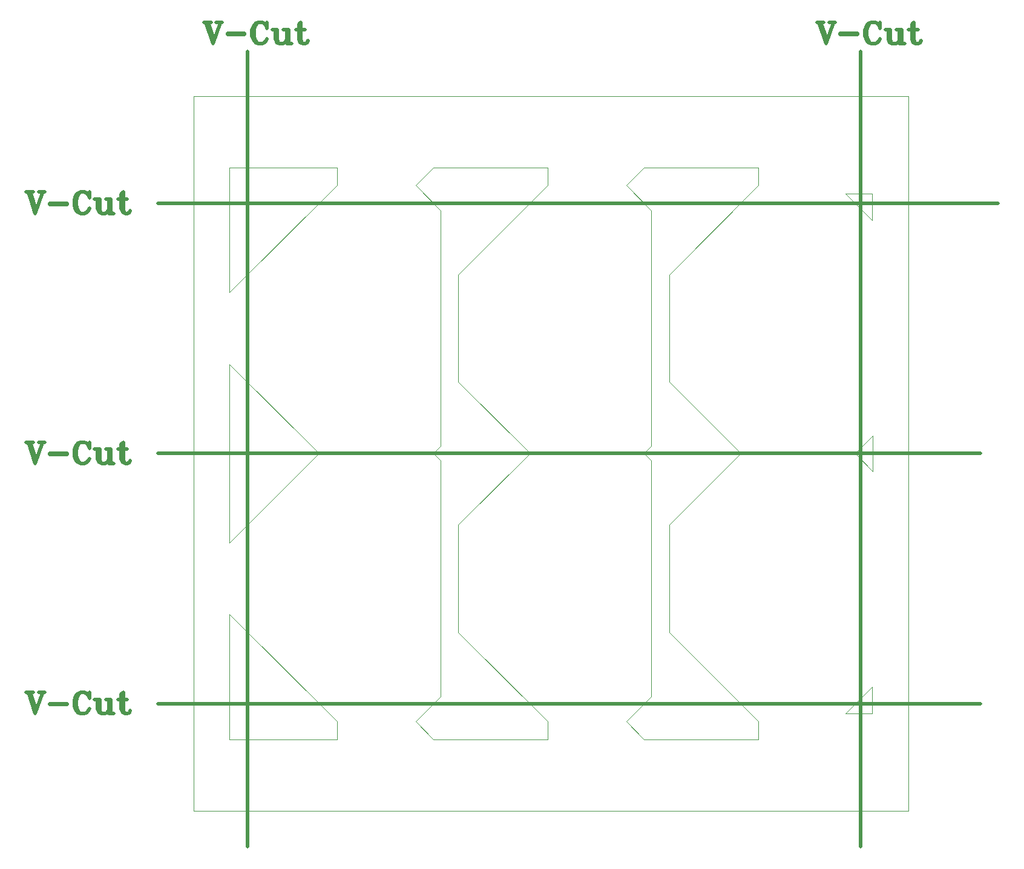
<source format=gko>
%FSLAX46Y46*%
%MOMM*%
%ADD10C,0.010000*%
%ADD11C,0.500000*%
G01*
G01*
%LPD*%
D10*
X91125000Y13625000D02*
X94875000Y17375000D01*
D10*
X94875000Y17375000D02*
X94875000Y13625000D01*
D10*
X94875000Y13625000D02*
X91125000Y13625000D01*
D10*
X60500000Y12500000D02*
X64000000Y16000000D01*
D10*
X64000000Y16000000D02*
X64000000Y49000000D01*
D10*
X64000000Y49000000D02*
X63000000Y50000000D01*
D10*
X63000000Y50000000D02*
X64000000Y51000000D01*
D10*
X64000000Y51000000D02*
X64000000Y84000000D01*
D10*
X64000000Y84000000D02*
X60500000Y87500000D01*
D10*
X60500000Y87500000D02*
X63000000Y90000000D01*
D10*
X63000000Y90000000D02*
X79000000Y90000000D01*
D10*
X79000000Y90000000D02*
X79000000Y87500000D01*
D10*
X79000000Y87500000D02*
X66500000Y75000000D01*
D10*
X66500000Y75000000D02*
X66500000Y60000000D01*
D10*
X66500000Y60000000D02*
X76500000Y50000000D01*
D10*
X76500000Y50000000D02*
X66500000Y40000000D01*
D10*
X66500000Y40000000D02*
X66500000Y25000000D01*
D10*
X66500000Y25000000D02*
X79000000Y12500000D01*
D10*
X79000000Y12500000D02*
X79000000Y10000000D01*
D10*
X79000000Y10000000D02*
X63000000Y10000000D01*
D10*
X63000000Y10000000D02*
X60500000Y12500000D01*
D10*
X5000000Y37500000D02*
X17500000Y50000000D01*
D10*
X17500000Y50000000D02*
X5000000Y62500000D01*
D10*
X5000000Y62500000D02*
X5000000Y37500000D01*
D10*
X5000000Y27500000D02*
X20000000Y12500000D01*
D10*
X20000000Y12500000D02*
X20000000Y10000000D01*
D10*
X20000000Y10000000D02*
X5000000Y10000000D01*
D10*
X5000000Y10000000D02*
X5000000Y27500000D01*
D10*
X5000000Y72500000D02*
X20000000Y87500000D01*
D10*
X20000000Y87500000D02*
X20000000Y90000000D01*
D10*
X20000000Y90000000D02*
X5000000Y90000000D01*
D10*
X5000000Y90000000D02*
X5000000Y72500000D01*
D10*
X95000000Y52500000D02*
X95000000Y47500000D01*
D10*
X95000000Y47500000D02*
X92500000Y50000000D01*
D10*
X92500000Y50000000D02*
X95000000Y52500000D01*
D10*
X0Y0D02*
X0Y100000000D01*
D10*
X0Y100000000D02*
X100000000Y100000000D01*
D10*
X100000000Y100000000D02*
X100000000Y0D01*
D10*
X100000000Y0D02*
X0Y0D01*
D10*
X94875000Y82625000D02*
X91125000Y86375000D01*
D10*
X91125000Y86375000D02*
X94875000Y86375000D01*
D10*
X94875000Y86375000D02*
X94875000Y82625000D01*
D10*
X31000000Y12500000D02*
X34500000Y16000000D01*
D10*
X34500000Y16000000D02*
X34500000Y49000000D01*
D10*
X34500000Y49000000D02*
X33500000Y50000000D01*
D10*
X33500000Y50000000D02*
X34500000Y51000000D01*
D10*
X34500000Y51000000D02*
X34500000Y84000000D01*
D10*
X34500000Y84000000D02*
X31000000Y87500000D01*
D10*
X31000000Y87500000D02*
X33500000Y90000000D01*
D10*
X33500000Y90000000D02*
X49500000Y90000000D01*
D10*
X49500000Y90000000D02*
X49500000Y87500000D01*
D10*
X49500000Y87500000D02*
X37000000Y75000000D01*
D10*
X37000000Y75000000D02*
X37000000Y60000000D01*
D10*
X37000000Y60000000D02*
X47000000Y50000000D01*
D10*
X47000000Y50000000D02*
X37000000Y40000000D01*
D10*
X37000000Y40000000D02*
X37000000Y25000000D01*
D10*
X37000000Y25000000D02*
X49500000Y12500000D01*
D10*
X49500000Y12500000D02*
X49500000Y10000000D01*
D10*
X49500000Y10000000D02*
X33500000Y10000000D01*
D10*
X33500000Y10000000D02*
X31000000Y12500000D01*
D11*
X2678571Y107321432D02*
X1678571Y110321432D01*
D11*
X2678571Y107750000D02*
X1821428Y110321432D01*
D11*
X2678571Y107321432D02*
X2678571Y107750000D01*
D11*
X2821428Y107750000D02*
X1964285Y110321432D01*
D11*
X2678571Y107321432D02*
X3678571Y110178568D01*
D11*
X2392857Y110321432D02*
X1392857Y110321432D01*
D11*
X3964285Y110321432D02*
X3107143Y110321432D01*
D11*
X1821428Y110035712D02*
X1535714Y110321432D01*
D11*
X1964285Y110035712D02*
X2107143Y110321432D01*
D11*
X1964285Y110178568D02*
X2250000Y110321432D01*
D11*
X3678571Y110178568D02*
X3392857Y110321432D01*
D11*
X3678571Y110178568D02*
X3821428Y110321432D01*
D11*
X7107143Y108750000D02*
X4678571Y108750000D01*
D11*
X7107143Y108607144D02*
X7107143Y108750000D01*
D11*
X4678571Y108607144D02*
X4678571Y108750000D01*
D11*
X7107143Y108607144D02*
X4678571Y108607144D01*
D11*
X10250000Y110321432D02*
X10107143Y109892856D01*
D11*
X10250000Y109464288D02*
X10250000Y110321432D01*
D11*
X10107143Y109892856D02*
X10250000Y109464288D01*
D11*
X9821428Y110178568D02*
X10107143Y109892856D01*
D11*
X9535714Y110321432D02*
X9821428Y110178568D01*
D11*
X9107142Y110321432D02*
X9535714Y110321432D01*
D11*
X8678572Y110178568D02*
X9107142Y110321432D01*
D11*
X8392857Y109892856D02*
X8678572Y110178568D01*
D11*
X8250000Y109607144D02*
X8392857Y109892856D01*
D11*
X8107143Y109178568D02*
X8250000Y109607144D01*
D11*
X8107143Y108464288D02*
X8107143Y109178568D01*
D11*
X8250000Y108035712D02*
X8107143Y108464288D01*
D11*
X8392857Y107750000D02*
X8250000Y108035712D01*
D11*
X8678572Y107464288D02*
X8392857Y107750000D01*
D11*
X9107142Y107321432D02*
X8678572Y107464288D01*
D11*
X9535714Y107321432D02*
X9107142Y107321432D01*
D11*
X9821428Y107464288D02*
X9535714Y107321432D01*
D11*
X10107143Y107750000D02*
X9821428Y107464288D01*
D11*
X10250000Y108035712D02*
X10107143Y107750000D01*
D11*
X8392857Y109607144D02*
X8535714Y109892856D01*
D11*
X8250000Y109178568D02*
X8392857Y109607144D01*
D11*
X8250000Y108464288D02*
X8250000Y109178568D01*
D11*
X8392857Y108035712D02*
X8250000Y108464288D01*
D11*
X8535714Y107750000D02*
X8392857Y108035712D01*
D11*
X8821428Y110178568D02*
X9107142Y110321432D01*
D11*
X8535714Y109750000D02*
X8821428Y110178568D01*
D11*
X8392857Y109178568D02*
X8535714Y109750000D01*
D11*
X8392857Y108464288D02*
X8392857Y109178568D01*
D11*
X8535714Y107892856D02*
X8392857Y108464288D01*
D11*
X8821428Y107464288D02*
X8535714Y107892856D01*
D11*
X9107142Y107321432D02*
X8821428Y107464288D01*
D11*
X11392857Y108035712D02*
X11392857Y109321432D01*
D11*
X11535714Y107607144D02*
X11392857Y108035712D01*
D11*
X11678571Y107464288D02*
X11535714Y107607144D01*
D11*
X11964286Y107321432D02*
X11678571Y107464288D01*
D11*
X12392857Y107321432D02*
X11964286Y107321432D01*
D11*
X12678571Y107464288D02*
X12392857Y107321432D01*
D11*
X12821428Y107607144D02*
X12678571Y107464288D01*
D11*
X12964286Y107892856D02*
X12821428Y107607144D01*
D11*
X11535714Y107892856D02*
X11535714Y109178568D01*
D11*
X11678571Y107607144D02*
X11535714Y107892856D01*
D11*
X11678571Y109321432D02*
X10964286Y109321432D01*
D11*
X11678571Y107892856D02*
X11678571Y109321432D01*
D11*
X11821428Y107464288D02*
X11678571Y107892856D01*
D11*
X11964286Y107321432D02*
X11821428Y107464288D01*
D11*
X12964286Y107321432D02*
X12964286Y109321432D01*
D11*
X13678571Y107321432D02*
X12964286Y107321432D01*
D11*
X13107143Y107464288D02*
X13107143Y109178568D01*
D11*
X13250000Y109321432D02*
X12535714Y109321432D01*
D11*
X13250000Y107321432D02*
X13250000Y109321432D01*
D11*
X11392857Y109178568D02*
X11107143Y109321432D01*
D11*
X11392857Y109035712D02*
X11250000Y109321432D01*
D11*
X13392857Y107321432D02*
X13250000Y107607144D01*
D11*
X13535714Y107321432D02*
X13250000Y107464288D01*
D11*
X14678571Y108035712D02*
X14678571Y110035712D01*
D11*
X14821428Y107607144D02*
X14678571Y108035712D01*
D11*
X14964286Y107464288D02*
X14821428Y107607144D01*
D11*
X15250000Y107321432D02*
X14964286Y107464288D01*
D11*
X15535714Y107321432D02*
X15250000Y107321432D01*
D11*
X15821428Y107464288D02*
X15535714Y107321432D01*
D11*
X15964285Y107750000D02*
X15821428Y107464288D01*
D11*
X14821428Y107892856D02*
X14821428Y110035712D01*
D11*
X14964286Y107607144D02*
X14821428Y107892856D01*
D11*
X14964286Y110321432D02*
X14678571Y110035712D01*
D11*
X14964286Y107892856D02*
X14964286Y110321432D01*
D11*
X15107143Y107464288D02*
X14964286Y107892856D01*
D11*
X15250000Y107321432D02*
X15107143Y107464288D01*
D11*
X15535714Y109321432D02*
X14250000Y109321432D01*
D11*
X-22178572Y83571432D02*
X-23178572Y86571432D01*
D11*
X-22178572Y84000000D02*
X-23035714Y86571432D01*
D11*
X-22178572Y83571432D02*
X-22178572Y84000000D01*
D11*
X-22035714Y84000000D02*
X-22892856Y86571432D01*
D11*
X-22178572Y83571432D02*
X-21178572Y86428568D01*
D11*
X-22464286Y86571432D02*
X-23464284Y86571432D01*
D11*
X-20892856Y86571432D02*
X-21750000Y86571432D01*
D11*
X-23035714Y86285712D02*
X-23321428Y86571432D01*
D11*
X-22892856Y86285712D02*
X-22750000Y86571432D01*
D11*
X-22892856Y86428568D02*
X-22607144Y86571432D01*
D11*
X-21178572Y86428568D02*
X-21464286Y86571432D01*
D11*
X-21178572Y86428568D02*
X-21035714Y86571432D01*
D11*
X-17750000Y85000000D02*
X-20178572Y85000000D01*
D11*
X-17750000Y84857144D02*
X-17750000Y85000000D01*
D11*
X-20178572Y84857144D02*
X-20178572Y85000000D01*
D11*
X-17750000Y84857144D02*
X-20178572Y84857144D01*
D11*
X-14607143Y86571432D02*
X-14750000Y86142856D01*
D11*
X-14607143Y85714288D02*
X-14607143Y86571432D01*
D11*
X-14750000Y86142856D02*
X-14607143Y85714288D01*
D11*
X-15035714Y86428568D02*
X-14750000Y86142856D01*
D11*
X-15321428Y86571432D02*
X-15035714Y86428568D01*
D11*
X-15750000Y86571432D02*
X-15321428Y86571432D01*
D11*
X-16178572Y86428568D02*
X-15750000Y86571432D01*
D11*
X-16464286Y86142856D02*
X-16178572Y86428568D01*
D11*
X-16607142Y85857144D02*
X-16464286Y86142856D01*
D11*
X-16750000Y85428568D02*
X-16607142Y85857144D01*
D11*
X-16750000Y84714288D02*
X-16750000Y85428568D01*
D11*
X-16607142Y84285712D02*
X-16750000Y84714288D01*
D11*
X-16464286Y84000000D02*
X-16607142Y84285712D01*
D11*
X-16178572Y83714288D02*
X-16464286Y84000000D01*
D11*
X-15750000Y83571432D02*
X-16178572Y83714288D01*
D11*
X-15321428Y83571432D02*
X-15750000Y83571432D01*
D11*
X-15035714Y83714288D02*
X-15321428Y83571432D01*
D11*
X-14750000Y84000000D02*
X-15035714Y83714288D01*
D11*
X-14607143Y84285712D02*
X-14750000Y84000000D01*
D11*
X-16464286Y85857144D02*
X-16321428Y86142856D01*
D11*
X-16607142Y85428568D02*
X-16464286Y85857144D01*
D11*
X-16607142Y84714288D02*
X-16607142Y85428568D01*
D11*
X-16464286Y84285712D02*
X-16607142Y84714288D01*
D11*
X-16321428Y84000000D02*
X-16464286Y84285712D01*
D11*
X-16035714Y86428568D02*
X-15750000Y86571432D01*
D11*
X-16321428Y86000000D02*
X-16035714Y86428568D01*
D11*
X-16464286Y85428568D02*
X-16321428Y86000000D01*
D11*
X-16464286Y84714288D02*
X-16464286Y85428568D01*
D11*
X-16321428Y84142856D02*
X-16464286Y84714288D01*
D11*
X-16035714Y83714288D02*
X-16321428Y84142856D01*
D11*
X-15750000Y83571432D02*
X-16035714Y83714288D01*
D11*
X-13464286Y84285712D02*
X-13464286Y85571432D01*
D11*
X-13321428Y83857144D02*
X-13464286Y84285712D01*
D11*
X-13178572Y83714288D02*
X-13321428Y83857144D01*
D11*
X-12892857Y83571432D02*
X-13178572Y83714288D01*
D11*
X-12464286Y83571432D02*
X-12892857Y83571432D01*
D11*
X-12178572Y83714288D02*
X-12464286Y83571432D01*
D11*
X-12035714Y83857144D02*
X-12178572Y83714288D01*
D11*
X-11892857Y84142856D02*
X-12035714Y83857144D01*
D11*
X-13321428Y84142856D02*
X-13321428Y85428568D01*
D11*
X-13178572Y83857144D02*
X-13321428Y84142856D01*
D11*
X-13178572Y85571432D02*
X-13892857Y85571432D01*
D11*
X-13178572Y84142856D02*
X-13178572Y85571432D01*
D11*
X-13035714Y83714288D02*
X-13178572Y84142856D01*
D11*
X-12892857Y83571432D02*
X-13035714Y83714288D01*
D11*
X-11892857Y83571432D02*
X-11892857Y85571432D01*
D11*
X-11178572Y83571432D02*
X-11892857Y83571432D01*
D11*
X-11750000Y83714288D02*
X-11750000Y85428568D01*
D11*
X-11607143Y85571432D02*
X-12321428Y85571432D01*
D11*
X-11607143Y83571432D02*
X-11607143Y85571432D01*
D11*
X-13464286Y85428568D02*
X-13750000Y85571432D01*
D11*
X-13464286Y85285712D02*
X-13607143Y85571432D01*
D11*
X-11464286Y83571432D02*
X-11607143Y83857144D01*
D11*
X-11321428Y83571432D02*
X-11607143Y83714288D01*
D11*
X-10178571Y84285712D02*
X-10178571Y86285712D01*
D11*
X-10035714Y83857144D02*
X-10178571Y84285712D01*
D11*
X-9892857Y83714288D02*
X-10035714Y83857144D01*
D11*
X-9607143Y83571432D02*
X-9892857Y83714288D01*
D11*
X-9321429Y83571432D02*
X-9607143Y83571432D01*
D11*
X-9035714Y83714288D02*
X-9321429Y83571432D01*
D11*
X-8892857Y84000000D02*
X-9035714Y83714288D01*
D11*
X-10035714Y84142856D02*
X-10035714Y86285712D01*
D11*
X-9892857Y83857144D02*
X-10035714Y84142856D01*
D11*
X-9892857Y86571432D02*
X-10178571Y86285712D01*
D11*
X-9892857Y84142856D02*
X-9892857Y86571432D01*
D11*
X-9750000Y83714288D02*
X-9892857Y84142856D01*
D11*
X-9607143Y83571432D02*
X-9750000Y83714288D01*
D11*
X-9321429Y85571432D02*
X-10607143Y85571432D01*
D11*
X-22178572Y13571429D02*
X-23178572Y16571428D01*
D11*
X-22178572Y14000000D02*
X-23035714Y16571428D01*
D11*
X-22178572Y13571429D02*
X-22178572Y14000000D01*
D11*
X-22035714Y14000000D02*
X-22892856Y16571428D01*
D11*
X-22178572Y13571429D02*
X-21178572Y16428571D01*
D11*
X-22464286Y16571428D02*
X-23464284Y16571428D01*
D11*
X-20892856Y16571428D02*
X-21750000Y16571428D01*
D11*
X-23035714Y16285714D02*
X-23321428Y16571428D01*
D11*
X-22892856Y16285714D02*
X-22750000Y16571428D01*
D11*
X-22892856Y16428571D02*
X-22607144Y16571428D01*
D11*
X-21178572Y16428571D02*
X-21464286Y16571428D01*
D11*
X-21178572Y16428571D02*
X-21035714Y16571428D01*
D11*
X-17750000Y15000000D02*
X-20178572Y15000000D01*
D11*
X-17750000Y14857143D02*
X-17750000Y15000000D01*
D11*
X-20178572Y14857143D02*
X-20178572Y15000000D01*
D11*
X-17750000Y14857143D02*
X-20178572Y14857143D01*
D11*
X-14607143Y16571428D02*
X-14750000Y16142857D01*
D11*
X-14607143Y15714286D02*
X-14607143Y16571428D01*
D11*
X-14750000Y16142857D02*
X-14607143Y15714286D01*
D11*
X-15035714Y16428571D02*
X-14750000Y16142857D01*
D11*
X-15321428Y16571428D02*
X-15035714Y16428571D01*
D11*
X-15750000Y16571428D02*
X-15321428Y16571428D01*
D11*
X-16178572Y16428571D02*
X-15750000Y16571428D01*
D11*
X-16464286Y16142857D02*
X-16178572Y16428571D01*
D11*
X-16607142Y15857143D02*
X-16464286Y16142857D01*
D11*
X-16750000Y15428571D02*
X-16607142Y15857143D01*
D11*
X-16750000Y14714286D02*
X-16750000Y15428571D01*
D11*
X-16607142Y14285714D02*
X-16750000Y14714286D01*
D11*
X-16464286Y14000000D02*
X-16607142Y14285714D01*
D11*
X-16178572Y13714286D02*
X-16464286Y14000000D01*
D11*
X-15750000Y13571429D02*
X-16178572Y13714286D01*
D11*
X-15321428Y13571429D02*
X-15750000Y13571429D01*
D11*
X-15035714Y13714286D02*
X-15321428Y13571429D01*
D11*
X-14750000Y14000000D02*
X-15035714Y13714286D01*
D11*
X-14607143Y14285714D02*
X-14750000Y14000000D01*
D11*
X-16464286Y15857143D02*
X-16321428Y16142857D01*
D11*
X-16607142Y15428571D02*
X-16464286Y15857143D01*
D11*
X-16607142Y14714286D02*
X-16607142Y15428571D01*
D11*
X-16464286Y14285714D02*
X-16607142Y14714286D01*
D11*
X-16321428Y14000000D02*
X-16464286Y14285714D01*
D11*
X-16035714Y16428571D02*
X-15750000Y16571428D01*
D11*
X-16321428Y16000000D02*
X-16035714Y16428571D01*
D11*
X-16464286Y15428571D02*
X-16321428Y16000000D01*
D11*
X-16464286Y14714286D02*
X-16464286Y15428571D01*
D11*
X-16321428Y14142857D02*
X-16464286Y14714286D01*
D11*
X-16035714Y13714286D02*
X-16321428Y14142857D01*
D11*
X-15750000Y13571429D02*
X-16035714Y13714286D01*
D11*
X-13464286Y14285714D02*
X-13464286Y15571429D01*
D11*
X-13321428Y13857143D02*
X-13464286Y14285714D01*
D11*
X-13178572Y13714286D02*
X-13321428Y13857143D01*
D11*
X-12892857Y13571429D02*
X-13178572Y13714286D01*
D11*
X-12464286Y13571429D02*
X-12892857Y13571429D01*
D11*
X-12178572Y13714286D02*
X-12464286Y13571429D01*
D11*
X-12035714Y13857143D02*
X-12178572Y13714286D01*
D11*
X-11892857Y14142857D02*
X-12035714Y13857143D01*
D11*
X-13321428Y14142857D02*
X-13321428Y15428571D01*
D11*
X-13178572Y13857143D02*
X-13321428Y14142857D01*
D11*
X-13178572Y15571429D02*
X-13892857Y15571429D01*
D11*
X-13178572Y14142857D02*
X-13178572Y15571429D01*
D11*
X-13035714Y13714286D02*
X-13178572Y14142857D01*
D11*
X-12892857Y13571429D02*
X-13035714Y13714286D01*
D11*
X-11892857Y13571429D02*
X-11892857Y15571429D01*
D11*
X-11178572Y13571429D02*
X-11892857Y13571429D01*
D11*
X-11750000Y13714286D02*
X-11750000Y15428571D01*
D11*
X-11607143Y15571429D02*
X-12321428Y15571429D01*
D11*
X-11607143Y13571429D02*
X-11607143Y15571429D01*
D11*
X-13464286Y15428571D02*
X-13750000Y15571429D01*
D11*
X-13464286Y15285714D02*
X-13607143Y15571429D01*
D11*
X-11464286Y13571429D02*
X-11607143Y13857143D01*
D11*
X-11321428Y13571429D02*
X-11607143Y13714286D01*
D11*
X-10178571Y14285714D02*
X-10178571Y16285714D01*
D11*
X-10035714Y13857143D02*
X-10178571Y14285714D01*
D11*
X-9892857Y13714286D02*
X-10035714Y13857143D01*
D11*
X-9607143Y13571429D02*
X-9892857Y13714286D01*
D11*
X-9321429Y13571429D02*
X-9607143Y13571429D01*
D11*
X-9035714Y13714286D02*
X-9321429Y13571429D01*
D11*
X-8892857Y14000000D02*
X-9035714Y13714286D01*
D11*
X-10035714Y14142857D02*
X-10035714Y16285714D01*
D11*
X-9892857Y13857143D02*
X-10035714Y14142857D01*
D11*
X-9892857Y16571428D02*
X-10178571Y16285714D01*
D11*
X-9892857Y14142857D02*
X-9892857Y16571428D01*
D11*
X-9750000Y13714286D02*
X-9892857Y14142857D01*
D11*
X-9607143Y13571429D02*
X-9750000Y13714286D01*
D11*
X-9321429Y15571429D02*
X-10607143Y15571429D01*
D11*
X-22178572Y48571428D02*
X-23178572Y51571428D01*
D11*
X-22178572Y49000000D02*
X-23035714Y51571428D01*
D11*
X-22178572Y48571428D02*
X-22178572Y49000000D01*
D11*
X-22035714Y49000000D02*
X-22892856Y51571428D01*
D11*
X-22178572Y48571428D02*
X-21178572Y51428572D01*
D11*
X-22464286Y51571428D02*
X-23464284Y51571428D01*
D11*
X-20892856Y51571428D02*
X-21750000Y51571428D01*
D11*
X-23035714Y51285716D02*
X-23321428Y51571428D01*
D11*
X-22892856Y51285716D02*
X-22750000Y51571428D01*
D11*
X-22892856Y51428572D02*
X-22607144Y51571428D01*
D11*
X-21178572Y51428572D02*
X-21464286Y51571428D01*
D11*
X-21178572Y51428572D02*
X-21035714Y51571428D01*
D11*
X-17750000Y50000000D02*
X-20178572Y50000000D01*
D11*
X-17750000Y49857144D02*
X-17750000Y50000000D01*
D11*
X-20178572Y49857144D02*
X-20178572Y50000000D01*
D11*
X-17750000Y49857144D02*
X-20178572Y49857144D01*
D11*
X-14607143Y51571428D02*
X-14750000Y51142856D01*
D11*
X-14607143Y50714284D02*
X-14607143Y51571428D01*
D11*
X-14750000Y51142856D02*
X-14607143Y50714284D01*
D11*
X-15035714Y51428572D02*
X-14750000Y51142856D01*
D11*
X-15321428Y51571428D02*
X-15035714Y51428572D01*
D11*
X-15750000Y51571428D02*
X-15321428Y51571428D01*
D11*
X-16178572Y51428572D02*
X-15750000Y51571428D01*
D11*
X-16464286Y51142856D02*
X-16178572Y51428572D01*
D11*
X-16607142Y50857144D02*
X-16464286Y51142856D01*
D11*
X-16750000Y50428572D02*
X-16607142Y50857144D01*
D11*
X-16750000Y49714284D02*
X-16750000Y50428572D01*
D11*
X-16607142Y49285716D02*
X-16750000Y49714284D01*
D11*
X-16464286Y49000000D02*
X-16607142Y49285716D01*
D11*
X-16178572Y48714284D02*
X-16464286Y49000000D01*
D11*
X-15750000Y48571428D02*
X-16178572Y48714284D01*
D11*
X-15321428Y48571428D02*
X-15750000Y48571428D01*
D11*
X-15035714Y48714284D02*
X-15321428Y48571428D01*
D11*
X-14750000Y49000000D02*
X-15035714Y48714284D01*
D11*
X-14607143Y49285716D02*
X-14750000Y49000000D01*
D11*
X-16464286Y50857144D02*
X-16321428Y51142856D01*
D11*
X-16607142Y50428572D02*
X-16464286Y50857144D01*
D11*
X-16607142Y49714284D02*
X-16607142Y50428572D01*
D11*
X-16464286Y49285716D02*
X-16607142Y49714284D01*
D11*
X-16321428Y49000000D02*
X-16464286Y49285716D01*
D11*
X-16035714Y51428572D02*
X-15750000Y51571428D01*
D11*
X-16321428Y51000000D02*
X-16035714Y51428572D01*
D11*
X-16464286Y50428572D02*
X-16321428Y51000000D01*
D11*
X-16464286Y49714284D02*
X-16464286Y50428572D01*
D11*
X-16321428Y49142856D02*
X-16464286Y49714284D01*
D11*
X-16035714Y48714284D02*
X-16321428Y49142856D01*
D11*
X-15750000Y48571428D02*
X-16035714Y48714284D01*
D11*
X-13464286Y49285716D02*
X-13464286Y50571428D01*
D11*
X-13321428Y48857144D02*
X-13464286Y49285716D01*
D11*
X-13178572Y48714284D02*
X-13321428Y48857144D01*
D11*
X-12892857Y48571428D02*
X-13178572Y48714284D01*
D11*
X-12464286Y48571428D02*
X-12892857Y48571428D01*
D11*
X-12178572Y48714284D02*
X-12464286Y48571428D01*
D11*
X-12035714Y48857144D02*
X-12178572Y48714284D01*
D11*
X-11892857Y49142856D02*
X-12035714Y48857144D01*
D11*
X-13321428Y49142856D02*
X-13321428Y50428572D01*
D11*
X-13178572Y48857144D02*
X-13321428Y49142856D01*
D11*
X-13178572Y50571428D02*
X-13892857Y50571428D01*
D11*
X-13178572Y49142856D02*
X-13178572Y50571428D01*
D11*
X-13035714Y48714284D02*
X-13178572Y49142856D01*
D11*
X-12892857Y48571428D02*
X-13035714Y48714284D01*
D11*
X-11892857Y48571428D02*
X-11892857Y50571428D01*
D11*
X-11178572Y48571428D02*
X-11892857Y48571428D01*
D11*
X-11750000Y48714284D02*
X-11750000Y50428572D01*
D11*
X-11607143Y50571428D02*
X-12321428Y50571428D01*
D11*
X-11607143Y48571428D02*
X-11607143Y50571428D01*
D11*
X-13464286Y50428572D02*
X-13750000Y50571428D01*
D11*
X-13464286Y50285716D02*
X-13607143Y50571428D01*
D11*
X-11464286Y48571428D02*
X-11607143Y48857144D01*
D11*
X-11321428Y48571428D02*
X-11607143Y48714284D01*
D11*
X-10178571Y49285716D02*
X-10178571Y51285716D01*
D11*
X-10035714Y48857144D02*
X-10178571Y49285716D01*
D11*
X-9892857Y48714284D02*
X-10035714Y48857144D01*
D11*
X-9607143Y48571428D02*
X-9892857Y48714284D01*
D11*
X-9321429Y48571428D02*
X-9607143Y48571428D01*
D11*
X-9035714Y48714284D02*
X-9321429Y48571428D01*
D11*
X-8892857Y49000000D02*
X-9035714Y48714284D01*
D11*
X-10035714Y49142856D02*
X-10035714Y51285716D01*
D11*
X-9892857Y48857144D02*
X-10035714Y49142856D01*
D11*
X-9892857Y51571428D02*
X-10178571Y51285716D01*
D11*
X-9892857Y49142856D02*
X-9892857Y51571428D01*
D11*
X-9750000Y48714284D02*
X-9892857Y49142856D01*
D11*
X-9607143Y48571428D02*
X-9750000Y48714284D01*
D11*
X-9321429Y50571428D02*
X-10607143Y50571428D01*
D11*
X88428568Y107321432D02*
X87428568Y110321432D01*
D11*
X88428568Y107750000D02*
X87571432Y110321432D01*
D11*
X88428568Y107321432D02*
X88428568Y107750000D01*
D11*
X88571432Y107750000D02*
X87714288Y110321432D01*
D11*
X88428568Y107321432D02*
X89428568Y110178568D01*
D11*
X88142856Y110321432D02*
X87142856Y110321432D01*
D11*
X89714288Y110321432D02*
X88857144Y110321432D01*
D11*
X87571432Y110035712D02*
X87285712Y110321432D01*
D11*
X87714288Y110035712D02*
X87857144Y110321432D01*
D11*
X87714288Y110178568D02*
X88000000Y110321432D01*
D11*
X89428568Y110178568D02*
X89142856Y110321432D01*
D11*
X89428568Y110178568D02*
X89571432Y110321432D01*
D11*
X92857144Y108750000D02*
X90428568Y108750000D01*
D11*
X92857144Y108607144D02*
X92857144Y108750000D01*
D11*
X90428568Y108607144D02*
X90428568Y108750000D01*
D11*
X92857144Y108607144D02*
X90428568Y108607144D01*
D11*
X96000000Y110321432D02*
X95857144Y109892856D01*
D11*
X96000000Y109464288D02*
X96000000Y110321432D01*
D11*
X95857144Y109892856D02*
X96000000Y109464288D01*
D11*
X95571424Y110178568D02*
X95857144Y109892856D01*
D11*
X95285712Y110321432D02*
X95571424Y110178568D01*
D11*
X94857144Y110321432D02*
X95285712Y110321432D01*
D11*
X94428568Y110178568D02*
X94857144Y110321432D01*
D11*
X94142856Y109892856D02*
X94428568Y110178568D01*
D11*
X94000000Y109607144D02*
X94142856Y109892856D01*
D11*
X93857144Y109178568D02*
X94000000Y109607144D01*
D11*
X93857144Y108464288D02*
X93857144Y109178568D01*
D11*
X94000000Y108035712D02*
X93857144Y108464288D01*
D11*
X94142856Y107750000D02*
X94000000Y108035712D01*
D11*
X94428568Y107464288D02*
X94142856Y107750000D01*
D11*
X94857144Y107321432D02*
X94428568Y107464288D01*
D11*
X95285712Y107321432D02*
X94857144Y107321432D01*
D11*
X95571424Y107464288D02*
X95285712Y107321432D01*
D11*
X95857144Y107750000D02*
X95571424Y107464288D01*
D11*
X96000000Y108035712D02*
X95857144Y107750000D01*
D11*
X94142856Y109607144D02*
X94285712Y109892856D01*
D11*
X94000000Y109178568D02*
X94142856Y109607144D01*
D11*
X94000000Y108464288D02*
X94000000Y109178568D01*
D11*
X94142856Y108035712D02*
X94000000Y108464288D01*
D11*
X94285712Y107750000D02*
X94142856Y108035712D01*
D11*
X94571432Y110178568D02*
X94857144Y110321432D01*
D11*
X94285712Y109750000D02*
X94571432Y110178568D01*
D11*
X94142856Y109178568D02*
X94285712Y109750000D01*
D11*
X94142856Y108464288D02*
X94142856Y109178568D01*
D11*
X94285712Y107892856D02*
X94142856Y108464288D01*
D11*
X94571432Y107464288D02*
X94285712Y107892856D01*
D11*
X94857144Y107321432D02*
X94571432Y107464288D01*
D11*
X97142856Y108035712D02*
X97142856Y109321432D01*
D11*
X97285712Y107607144D02*
X97142856Y108035712D01*
D11*
X97428568Y107464288D02*
X97285712Y107607144D01*
D11*
X97714288Y107321432D02*
X97428568Y107464288D01*
D11*
X98142856Y107321432D02*
X97714288Y107321432D01*
D11*
X98428568Y107464288D02*
X98142856Y107321432D01*
D11*
X98571424Y107607144D02*
X98428568Y107464288D01*
D11*
X98714288Y107892856D02*
X98571424Y107607144D01*
D11*
X97285712Y107892856D02*
X97285712Y109178568D01*
D11*
X97428568Y107607144D02*
X97285712Y107892856D01*
D11*
X97428568Y109321432D02*
X96714288Y109321432D01*
D11*
X97428568Y107892856D02*
X97428568Y109321432D01*
D11*
X97571424Y107464288D02*
X97428568Y107892856D01*
D11*
X97714288Y107321432D02*
X97571424Y107464288D01*
D11*
X98714288Y107321432D02*
X98714288Y109321432D01*
D11*
X99428568Y107321432D02*
X98714288Y107321432D01*
D11*
X98857144Y107464288D02*
X98857144Y109178568D01*
D11*
X99000000Y109321432D02*
X98285712Y109321432D01*
D11*
X99000000Y107321432D02*
X99000000Y109321432D01*
D11*
X97142856Y109178568D02*
X96857144Y109321432D01*
D11*
X97142856Y109035712D02*
X97000000Y109321432D01*
D11*
X99142856Y107321432D02*
X99000000Y107607144D01*
D11*
X99285712Y107321432D02*
X99000000Y107464288D01*
D11*
X100428568Y108035712D02*
X100428568Y110035712D01*
D11*
X100571424Y107607144D02*
X100428568Y108035712D01*
D11*
X100714288Y107464288D02*
X100571424Y107607144D01*
D11*
X101000000Y107321432D02*
X100714288Y107464288D01*
D11*
X101285712Y107321432D02*
X101000000Y107321432D01*
D11*
X101571424Y107464288D02*
X101285712Y107321432D01*
D11*
X101714288Y107750000D02*
X101571424Y107464288D01*
D11*
X100571424Y107892856D02*
X100571424Y110035712D01*
D11*
X100714288Y107607144D02*
X100571424Y107892856D01*
D11*
X100714288Y110321432D02*
X100428568Y110035712D01*
D11*
X100714288Y107892856D02*
X100714288Y110321432D01*
D11*
X100857144Y107464288D02*
X100714288Y107892856D01*
D11*
X101000000Y107321432D02*
X100857144Y107464288D01*
D11*
X101285712Y109321432D02*
X100000000Y109321432D01*
D11*
X-5000000Y50000000D02*
X110000000Y50000000D01*
D11*
X-5000000Y15000000D02*
X110000000Y15000000D01*
D11*
X7500000Y106250000D02*
X7500000Y-5000000D01*
D11*
X93250000Y106250000D02*
X93250000Y-5000000D01*
D11*
X-5000000Y85000000D02*
X112500000Y85000000D01*
G75*
M02*

</source>
